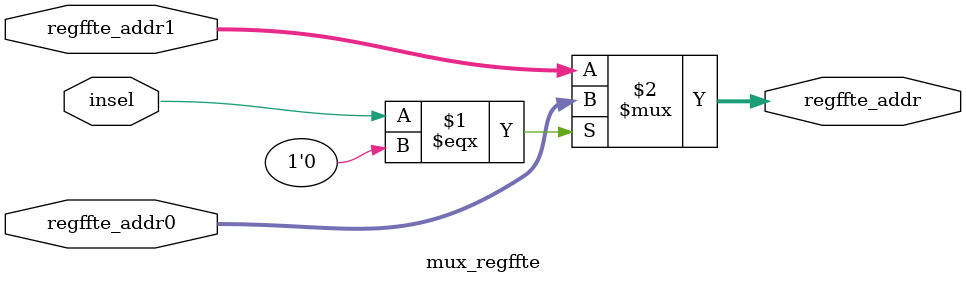
<source format=v>

`define false 1'b 0
`define FALSE 1'b 0
`define true 1'b 1
`define TRUE 1'b 1

`timescale 1 ns / 1 ns // timescale for following modules


module mux_regffte (
   regffte_addr0,
   regffte_addr1,
   insel,
   regffte_addr);
 

input   [5:0] regffte_addr0; 
input   [5:0] regffte_addr1; 
input   insel; 
output   [5:0] regffte_addr; 

wire    [5:0] regffte_addr; 

assign regffte_addr = insel === 1'b 0 ? regffte_addr0 : 
	regffte_addr1; 

endmodule // module mux_regffte


</source>
